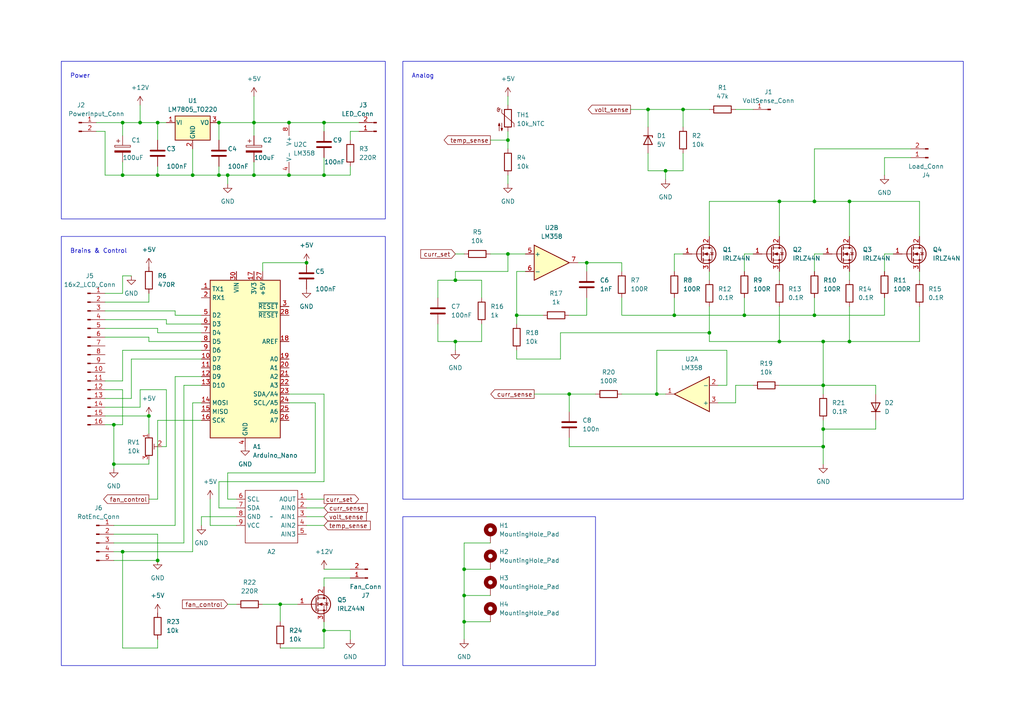
<source format=kicad_sch>
(kicad_sch (version 20230121) (generator eeschema)
  (paper "A4")
  (lib_symbols
    (symbol "Amplifier_Operational:LM358" (pin_names (offset 0.127))
      (property "Reference" "U" (at 0 5.08 0))
      (property "Value" "LM358" (at 0 -5.08 0))
      (symbol "LM358_1_1"
        (pin output line (at 7.62 0 180) (length 2.54) (name "~") (number "1"))
        (pin input line (at -7.62 -2.54 0) (length 2.54) (name "-") (number "2"))
        (pin input line (at -7.62 2.54 0) (length 2.54) (name "+") (number "3"))
      )
      (symbol "LM358_2_1"
        (pin input line (at -7.62 2.54 0) (length 2.54) (name "+") (number "5"))
        (pin input line (at -7.62 -2.54 0) (length 2.54) (name "-") (number "6"))
        (pin output line (at 7.62 0 180) (length 2.54) (name "~") (number "7"))
      )
      (symbol "LM358_3_1"
        (pin power_in line (at -2.54 -7.62 90) (length 3.81) (name "V-") (number "4"))
        (pin power_in line (at -2.54 7.62 270) (length 3.81) (name "V+") (number "8"))
      )
    )
    (symbol "Connector:Conn_01x01_Pin" (pin_names (offset 1.016) hide)
      (property "Reference" "J" (at 0 2.54 0))
      (property "Value" "Conn_01x01_Pin" (at 0 -2.54 0))
      (symbol "Conn_01x01_Pin_1_1"
        (pin passive line (at 5.08 0 180) (length 3.81) (name "Pin_1") (number "1"))
      )
    )
    (symbol "Connector:Conn_01x02_Pin" (pin_names (offset 1.016) hide)
      (property "Reference" "J" (at 0 2.54 0))
      (property "Value" "Conn_01x02_Pin" (at 0 -5.08 0))
      (symbol "Conn_01x02_Pin_1_1"
        (pin passive line (at 5.08 0 180) (length 3.81) (name "Pin_1") (number "1"))
        (pin passive line (at 5.08 -2.54 180) (length 3.81) (name "Pin_2") (number "2"))
      )
    )
    (symbol "Connector:Conn_01x05_Pin" (pin_names (offset 1.016) hide)
      (property "Reference" "J" (at 0 7.62 0))
      (property "Value" "Conn_01x05_Pin" (at 0 -7.62 0))
      (symbol "Conn_01x05_Pin_1_1"
        (pin passive line (at 5.08 5.08 180) (length 3.81) (name "Pin_1") (number "1"))
        (pin passive line (at 5.08 2.54 180) (length 3.81) (name "Pin_2") (number "2"))
        (pin passive line (at 5.08 0 180) (length 3.81) (name "Pin_3") (number "3"))
        (pin passive line (at 5.08 -2.54 180) (length 3.81) (name "Pin_4") (number "4"))
        (pin passive line (at 5.08 -5.08 180) (length 3.81) (name "Pin_5") (number "5"))
      )
    )
    (symbol "Connector:Conn_01x16_Pin" (pin_names (offset 1.016) hide)
      (property "Reference" "J" (at 0 20.32 0))
      (property "Value" "Conn_01x16_Pin" (at 0 -22.86 0))
      (symbol "Conn_01x16_Pin_1_1"
        (pin passive line (at 5.08 17.78 180) (length 3.81) (name "Pin_1") (number "1"))
        (pin passive line (at 5.08 -5.08 180) (length 3.81) (name "Pin_10") (number "10"))
        (pin passive line (at 5.08 -7.62 180) (length 3.81) (name "Pin_11") (number "11"))
        (pin passive line (at 5.08 -10.16 180) (length 3.81) (name "Pin_12") (number "12"))
        (pin passive line (at 5.08 -12.7 180) (length 3.81) (name "Pin_13") (number "13"))
        (pin passive line (at 5.08 -15.24 180) (length 3.81) (name "Pin_14") (number "14"))
        (pin passive line (at 5.08 -17.78 180) (length 3.81) (name "Pin_15") (number "15"))
        (pin passive line (at 5.08 -20.32 180) (length 3.81) (name "Pin_16") (number "16"))
        (pin passive line (at 5.08 15.24 180) (length 3.81) (name "Pin_2") (number "2"))
        (pin passive line (at 5.08 12.7 180) (length 3.81) (name "Pin_3") (number "3"))
        (pin passive line (at 5.08 10.16 180) (length 3.81) (name "Pin_4") (number "4"))
        (pin passive line (at 5.08 7.62 180) (length 3.81) (name "Pin_5") (number "5"))
        (pin passive line (at 5.08 5.08 180) (length 3.81) (name "Pin_6") (number "6"))
        (pin passive line (at 5.08 2.54 180) (length 3.81) (name "Pin_7") (number "7"))
        (pin passive line (at 5.08 0 180) (length 3.81) (name "Pin_8") (number "8"))
        (pin passive line (at 5.08 -2.54 180) (length 3.81) (name "Pin_9") (number "9"))
      )
    )
    (symbol "Device:C" (pin_numbers hide) (pin_names (offset 0.254))
      (property "Reference" "C" (at 0.635 2.54 0))
      (property "Value" "C" (at 0.635 -2.54 0))
      (symbol "C_1_1"
        (pin passive line (at 0 3.81 270) (length 2.794) (name "~") (number "1"))
        (pin passive line (at 0 -3.81 90) (length 2.794) (name "~") (number "2"))
      )
    )
    (symbol "Device:C_Polarized" (pin_numbers hide) (pin_names (offset 0.254))
      (property "Reference" "C" (at 0.635 2.54 0))
      (property "Value" "C_Polarized" (at 0.635 -2.54 0))
      (symbol "C_Polarized_1_1"
        (pin passive line (at 0 3.81 270) (length 2.794) (name "~") (number "1"))
        (pin passive line (at 0 -3.81 90) (length 2.794) (name "~") (number "2"))
      )
    )
    (symbol "Device:D" (pin_numbers hide) (pin_names (offset 1.016) hide)
      (property "Reference" "D" (at 0 2.54 0))
      (property "Value" "D" (at 0 -2.54 0))
      (symbol "D_1_1"
        (pin passive line (at -3.81 0 0) (length 2.54) (name "K") (number "1"))
        (pin passive line (at 3.81 0 180) (length 2.54) (name "A") (number "2"))
      )
    )
    (symbol "Device:D_Zener" (pin_numbers hide) (pin_names (offset 1.016) hide)
      (property "Reference" "D" (at 0 2.54 0))
      (property "Value" "D_Zener" (at 0 -2.54 0))
      (symbol "D_Zener_1_1"
        (pin passive line (at -3.81 0 0) (length 2.54) (name "K") (number "1"))
        (pin passive line (at 3.81 0 180) (length 2.54) (name "A") (number "2"))
      )
    )
    (symbol "Device:R" (pin_numbers hide) (pin_names (offset 0))
      (property "Reference" "R" (at 2.032 0 90))
      (property "Value" "R" (at 0 0 90))
      (symbol "R_1_1"
        (pin passive line (at 0 3.81 270) (length 1.27) (name "~") (number "1"))
        (pin passive line (at 0 -3.81 90) (length 1.27) (name "~") (number "2"))
      )
    )
    (symbol "Device:R_Potentiometer_Trim" (pin_names (offset 1.016) hide)
      (property "Reference" "RV" (at -4.445 0 90))
      (property "Value" "R_Potentiometer_Trim" (at -2.54 0 90))
      (symbol "R_Potentiometer_Trim_1_1"
        (pin passive line (at 0 3.81 270) (length 1.27) (name "1") (number "1"))
        (pin passive line (at 3.81 0 180) (length 1.27) (name "2") (number "2"))
        (pin passive line (at 0 -3.81 90) (length 1.27) (name "3") (number "3"))
      )
    )
    (symbol "Device:Thermistor_NTC" (pin_numbers hide) (pin_names (offset 0))
      (property "Reference" "TH" (at -4.445 0 90))
      (property "Value" "Thermistor_NTC" (at 3.175 0 90))
      (symbol "Thermistor_NTC_1_1"
        (pin passive line (at 0 3.81 270) (length 1.27) (name "~") (number "1"))
        (pin passive line (at 0 -3.81 90) (length 1.27) (name "~") (number "2"))
      )
    )
    (symbol "MCU_Module:Arduino_Nano_Every"
      (property "Reference" "A" (at -10.16 23.495 0))
      (property "Value" "Arduino_Nano_Every" (at 5.08 -24.13 0))
      (symbol "Arduino_Nano_Every_1_1"
        (pin bidirectional line (at -12.7 20.32 0) (length 2.54) (name "TX1") (number "1"))
        (pin bidirectional line (at -12.7 0 0) (length 2.54) (name "D7") (number "10"))
        (pin bidirectional line (at -12.7 -2.54 0) (length 2.54) (name "D8") (number "11"))
        (pin bidirectional line (at -12.7 -5.08 0) (length 2.54) (name "D9") (number "12"))
        (pin bidirectional line (at -12.7 -7.62 0) (length 2.54) (name "D10") (number "13"))
        (pin bidirectional line (at -12.7 -12.7 0) (length 2.54) (name "MOSI") (number "14"))
        (pin bidirectional line (at -12.7 -15.24 0) (length 2.54) (name "MISO") (number "15"))
        (pin bidirectional line (at -12.7 -17.78 0) (length 2.54) (name "SCK") (number "16"))
        (pin power_out line (at 2.54 25.4 270) (length 2.54) (name "3V3") (number "17"))
        (pin input line (at 12.7 5.08 180) (length 2.54) (name "AREF") (number "18"))
        (pin bidirectional line (at 12.7 0 180) (length 2.54) (name "A0") (number "19"))
        (pin bidirectional line (at -12.7 17.78 0) (length 2.54) (name "RX1") (number "2"))
        (pin bidirectional line (at 12.7 -2.54 180) (length 2.54) (name "A1") (number "20"))
        (pin bidirectional line (at 12.7 -5.08 180) (length 2.54) (name "A2") (number "21"))
        (pin bidirectional line (at 12.7 -7.62 180) (length 2.54) (name "A3") (number "22"))
        (pin bidirectional line (at 12.7 -10.16 180) (length 2.54) (name "SDA/A4") (number "23"))
        (pin bidirectional line (at 12.7 -12.7 180) (length 2.54) (name "SCL/A5") (number "24"))
        (pin bidirectional line (at 12.7 -15.24 180) (length 2.54) (name "A6") (number "25"))
        (pin bidirectional line (at 12.7 -17.78 180) (length 2.54) (name "A7") (number "26"))
        (pin power_out line (at 5.08 25.4 270) (length 2.54) (name "+5V") (number "27"))
        (pin input line (at 12.7 12.7 180) (length 2.54) (name "~{RESET}") (number "28"))
        (pin passive line (at 0 -25.4 90) (length 2.54) hide (name "GND") (number "29"))
        (pin input line (at 12.7 15.24 180) (length 2.54) (name "~{RESET}") (number "3"))
        (pin power_in line (at -2.54 25.4 270) (length 2.54) (name "VIN") (number "30"))
        (pin power_in line (at 0 -25.4 90) (length 2.54) (name "GND") (number "4"))
        (pin bidirectional line (at -12.7 12.7 0) (length 2.54) (name "D2") (number "5"))
        (pin bidirectional line (at -12.7 10.16 0) (length 2.54) (name "D3") (number "6"))
        (pin bidirectional line (at -12.7 7.62 0) (length 2.54) (name "D4") (number "7"))
        (pin bidirectional line (at -12.7 5.08 0) (length 2.54) (name "D5") (number "8"))
        (pin bidirectional line (at -12.7 2.54 0) (length 2.54) (name "D6") (number "9"))
      )
    )
    (symbol "Mechanical:MountingHole_Pad" (pin_numbers hide) (pin_names (offset 1.016) hide)
      (property "Reference" "H" (at 0 6.35 0))
      (property "Value" "MountingHole_Pad" (at 0 4.445 0))
      (symbol "MountingHole_Pad_1_1"
        (pin input line (at 0 -2.54 90) (length 2.54) (name "1") (number "1"))
      )
    )
    (symbol "MySymbolLibrary:ADC_DAC_Board"
      (property "Reference" "A" (at 0 0 0))
      (symbol "ADC_DAC_Board_1_1"
        (pin input line (at 10.16 5.08 180) (length 2.54) (name "AOUT") (number "1"))
        (pin input line (at 10.16 2.54 180) (length 2.54) (name "AIN0") (number "2"))
        (pin input line (at 10.16 0 180) (length 2.54) (name "AIN1") (number "3"))
        (pin input line (at 10.16 -2.54 180) (length 2.54) (name "AIN2") (number "4"))
        (pin input line (at 10.16 -5.08 180) (length 2.54) (name "AIN3") (number "5"))
        (pin input line (at -10.16 5.08 0) (length 2.54) (name "SCL") (number "6"))
        (pin input line (at -10.16 2.54 0) (length 2.54) (name "SDA") (number "7"))
        (pin power_in line (at -10.16 0 0) (length 2.54) (name "GND") (number "8"))
        (pin power_in line (at -10.16 -2.54 0) (length 2.54) (name "VCC") (number "9"))
      )
    )
    (symbol "Regulator_Linear:LM7805_TO220" (pin_names (offset 0.254))
      (property "Reference" "U" (at -3.81 3.175 0))
      (property "Value" "LM7805_TO220" (at 0 3.175 0))
      (symbol "LM7805_TO220_1_1"
        (pin power_in line (at -7.62 0 0) (length 2.54) (name "VI") (number "1"))
        (pin power_in line (at 0 -7.62 90) (length 2.54) (name "GND") (number "2"))
        (pin power_out line (at 7.62 0 180) (length 2.54) (name "VO") (number "3"))
      )
    )
    (symbol "Transistor_FET:IRLZ44N" (pin_names hide)
      (property "Reference" "Q" (at 6.35 1.905 0))
      (property "Value" "IRLZ44N" (at 6.35 0 0))
      (symbol "IRLZ44N_1_1"
        (pin input line (at -5.08 0 0) (length 2.54) (name "G") (number "1"))
        (pin passive line (at 2.54 5.08 270) (length 2.54) (name "D") (number "2"))
        (pin passive line (at 2.54 -5.08 90) (length 2.54) (name "S") (number "3"))
      )
    )
    (symbol "power:+12V" (power) (pin_names (offset 0))
      (property "Value" "+12V" (at 0 3.556 0))
      (symbol "+12V_1_1"
        (pin power_in line (at 0 0 90) (length 0) hide (name "+12V") (number "1"))
      )
    )
    (symbol "power:+5V" (power) (pin_names (offset 0))
      (property "Value" "+5V" (at 0 3.556 0))
      (symbol "+5V_1_1"
        (pin power_in line (at 0 0 90) (length 0) hide (name "+5V") (number "1"))
      )
    )
    (symbol "power:GND" (power) (pin_names (offset 0))
      (property "Value" "GND" (at 0 -3.81 0))
      (symbol "GND_1_1"
        (pin power_in line (at 0 0 270) (length 0) hide (name "GND") (number "1"))
      )
    )
  )
  (junction (at 246.38 99.06))
  (junction (at 83.82 50.8))
  (junction (at 215.9 91.44))
  (junction (at 35.56 50.8))
  (junction (at 73.66 35.56))
  (junction (at 134.62 172.72))
  (junction (at 35.56 160.02))
  (junction (at 73.66 50.8))
  (junction (at 93.98 35.56))
  (junction (at 45.72 35.56))
  (junction (at 226.06 58.42))
  (junction (at 132.08 99.06))
  (junction (at 134.62 165.1))
  (junction (at 246.38 58.42))
  (junction (at 81.28 175.26))
  (junction (at 238.76 124.46))
  (junction (at 45.72 50.8))
  (junction (at 195.58 91.44))
  (junction (at 55.88 50.8))
  (junction (at 132.08 81.28))
  (junction (at 205.74 96.52))
  (junction (at 238.76 129.54))
  (junction (at 198.12 31.75))
  (junction (at 66.04 50.8))
  (junction (at 236.22 58.42))
  (junction (at 238.76 111.76))
  (junction (at 93.98 50.8))
  (junction (at 83.82 35.56))
  (junction (at 40.64 35.56))
  (junction (at 93.98 182.88))
  (junction (at 45.72 162.56))
  (junction (at 147.32 40.64))
  (junction (at 134.62 180.34))
  (junction (at 149.86 91.44))
  (junction (at 63.5 50.8))
  (junction (at 226.06 99.06))
  (junction (at 238.76 99.06))
  (junction (at 190.5 114.3))
  (junction (at 33.02 134.62))
  (junction (at 35.56 35.56))
  (junction (at 236.22 91.44))
  (junction (at 43.18 120.65))
  (junction (at 165.1 114.3))
  (junction (at 63.5 35.56))
  (junction (at 88.9 76.2))
  (junction (at 170.18 76.2))
  (junction (at 33.02 123.19))
  (junction (at 147.32 73.66))
  (junction (at 193.04 49.53))
  (junction (at 187.96 31.75))
  (wire (pts (xy 215.9 91.44) (xy 195.58 91.44)))
  (wire (pts (xy 205.74 88.9) (xy 205.74 96.52)))
  (wire (pts (xy 35.56 46.99) (xy 35.56 50.8)))
  (wire (pts (xy 50.8 91.44) (xy 58.42 91.44)))
  (wire (pts (xy 101.6 48.26) (xy 101.6 50.8)))
  (wire (pts (xy 43.18 99.06) (xy 58.42 99.06)))
  (wire (pts (xy 35.56 80.01) (xy 38.1 80.01)))
  (wire (pts (xy 210.82 111.76) (xy 210.82 101.6)))
  (wire (pts (xy 33.02 134.62) (xy 33.02 123.19)))
  (wire (pts (xy 134.62 172.72) (xy 142.24 172.72)))
  (wire (pts (xy 190.5 101.6) (xy 190.5 114.3)))
  (wire (pts (xy 154.94 114.3) (xy 165.1 114.3)))
  (wire (pts (xy 55.88 160.02) (xy 55.88 116.84)))
  (wire (pts (xy 213.36 31.75) (xy 218.44 31.75)))
  (wire (pts (xy 266.7 78.74) (xy 266.7 81.28)))
  (wire (pts (xy 139.7 99.06) (xy 139.7 93.98)))
  (wire (pts (xy 254 111.76) (xy 238.76 111.76)))
  (wire (pts (xy 246.38 88.9) (xy 246.38 99.06)))
  (wire (pts (xy 215.9 91.44) (xy 236.22 91.44)))
  (wire (pts (xy 30.48 90.17) (xy 50.8 90.17)))
  (wire (pts (xy 195.58 91.44) (xy 180.34 91.44)))
  (wire (pts (xy 45.72 35.56) (xy 45.72 40.64)))
  (wire (pts (xy 127 99.06) (xy 132.08 99.06)))
  (wire (pts (xy 238.76 99.06) (xy 246.38 99.06)))
  (wire (pts (xy 101.6 167.64) (xy 93.98 167.64)))
  (wire (pts (xy 149.86 101.6) (xy 149.86 104.14)))
  (wire (pts (xy 215.9 73.66) (xy 218.44 73.66)))
  (wire (pts (xy 101.6 50.8) (xy 93.98 50.8)))
  (wire (pts (xy 162.56 96.52) (xy 205.74 96.52)))
  (wire (pts (xy 157.48 91.44) (xy 149.86 91.44)))
  (wire (pts (xy 33.02 162.56) (xy 45.72 162.56)))
  (wire (pts (xy 182.88 31.75) (xy 187.96 31.75)))
  (wire (pts (xy 165.1 114.3) (xy 165.1 119.38)))
  (wire (pts (xy 66.04 50.8) (xy 66.04 53.34)))
  (wire (pts (xy 256.54 91.44) (xy 236.22 91.44)))
  (wire (pts (xy 101.6 40.64) (xy 101.6 38.1)))
  (wire (pts (xy 198.12 31.75) (xy 205.74 31.75)))
  (wire (pts (xy 180.34 78.74) (xy 180.34 76.2)))
  (wire (pts (xy 215.9 86.36) (xy 215.9 91.44)))
  (wire (pts (xy 236.22 73.66) (xy 238.76 73.66)))
  (wire (pts (xy 238.76 124.46) (xy 238.76 129.54)))
  (wire (pts (xy 254 124.46) (xy 238.76 124.46)))
  (wire (pts (xy 43.18 97.79) (xy 43.18 99.06)))
  (wire (pts (xy 81.28 175.26) (xy 81.28 180.34)))
  (wire (pts (xy 30.48 115.57) (xy 38.1 115.57)))
  (wire (pts (xy 81.28 175.26) (xy 86.36 175.26)))
  (wire (pts (xy 127 86.36) (xy 127 81.28)))
  (wire (pts (xy 266.7 99.06) (xy 266.7 88.9)))
  (wire (pts (xy 88.9 152.4) (xy 93.98 152.4)))
  (wire (pts (xy 40.64 30.48) (xy 40.64 35.56)))
  (wire (pts (xy 63.5 48.26) (xy 63.5 50.8)))
  (wire (pts (xy 45.72 185.42) (xy 45.72 187.96)))
  (wire (pts (xy 45.72 96.52) (xy 58.42 96.52)))
  (wire (pts (xy 27.94 38.1) (xy 30.48 38.1)))
  (wire (pts (xy 213.36 111.76) (xy 218.44 111.76)))
  (wire (pts (xy 256.54 50.8) (xy 256.54 45.72)))
  (wire (pts (xy 48.26 113.03) (xy 48.26 129.54)))
  (wire (pts (xy 152.4 78.74) (xy 149.86 78.74)))
  (wire (pts (xy 147.32 50.8) (xy 147.32 53.34)))
  (wire (pts (xy 76.2 175.26) (xy 81.28 175.26)))
  (wire (pts (xy 40.64 35.56) (xy 45.72 35.56)))
  (wire (pts (xy 132.08 81.28) (xy 139.7 81.28)))
  (wire (pts (xy 35.56 50.8) (xy 45.72 50.8)))
  (wire (pts (xy 30.48 113.03) (xy 35.56 113.03)))
  (wire (pts (xy 246.38 58.42) (xy 266.7 58.42)))
  (wire (pts (xy 43.18 87.63) (xy 43.18 85.09)))
  (wire (pts (xy 170.18 76.2) (xy 170.18 78.74)))
  (wire (pts (xy 238.76 129.54) (xy 238.76 134.62)))
  (wire (pts (xy 142.24 73.66) (xy 147.32 73.66)))
  (wire (pts (xy 27.94 35.56) (xy 35.56 35.56)))
  (wire (pts (xy 172.72 114.3) (xy 165.1 114.3)))
  (wire (pts (xy 236.22 43.18) (xy 236.22 58.42)))
  (wire (pts (xy 147.32 27.94) (xy 147.32 30.48)))
  (wire (pts (xy 180.34 91.44) (xy 180.34 86.36)))
  (wire (pts (xy 205.74 99.06) (xy 226.06 99.06)))
  (wire (pts (xy 30.48 87.63) (xy 43.18 87.63)))
  (wire (pts (xy 198.12 31.75) (xy 198.12 36.83)))
  (wire (pts (xy 170.18 76.2) (xy 167.64 76.2)))
  (wire (pts (xy 226.06 58.42) (xy 226.06 68.58)))
  (wire (pts (xy 30.48 95.25) (xy 45.72 95.25)))
  (wire (pts (xy 73.66 27.94) (xy 73.66 35.56)))
  (wire (pts (xy 33.02 123.19) (xy 30.48 123.19)))
  (wire (pts (xy 46.99 129.54) (xy 48.26 129.54)))
  (wire (pts (xy 63.5 50.8) (xy 66.04 50.8)))
  (wire (pts (xy 190.5 114.3) (xy 193.04 114.3)))
  (wire (pts (xy 134.62 180.34) (xy 142.24 180.34)))
  (wire (pts (xy 63.5 139.7) (xy 63.5 147.32)))
  (wire (pts (xy 50.8 152.4) (xy 33.02 152.4)))
  (wire (pts (xy 30.48 120.65) (xy 43.18 120.65)))
  (wire (pts (xy 162.56 104.14) (xy 162.56 96.52)))
  (wire (pts (xy 55.88 50.8) (xy 63.5 50.8)))
  (wire (pts (xy 40.64 118.11) (xy 40.64 113.03)))
  (wire (pts (xy 132.08 99.06) (xy 132.08 101.6)))
  (wire (pts (xy 73.66 35.56) (xy 83.82 35.56)))
  (wire (pts (xy 66.04 50.8) (xy 73.66 50.8)))
  (wire (pts (xy 30.48 50.8) (xy 35.56 50.8)))
  (wire (pts (xy 226.06 99.06) (xy 226.06 88.9)))
  (wire (pts (xy 187.96 49.53) (xy 193.04 49.53)))
  (wire (pts (xy 198.12 49.53) (xy 198.12 44.45)))
  (wire (pts (xy 256.54 78.74) (xy 256.54 73.66)))
  (wire (pts (xy 43.18 144.78) (xy 45.72 144.78)))
  (wire (pts (xy 45.72 35.56) (xy 48.26 35.56)))
  (wire (pts (xy 30.48 38.1) (xy 30.48 50.8)))
  (wire (pts (xy 193.04 49.53) (xy 198.12 49.53)))
  (wire (pts (xy 93.98 187.96) (xy 81.28 187.96)))
  (wire (pts (xy 101.6 185.42) (xy 101.6 182.88)))
  (wire (pts (xy 35.56 35.56) (xy 35.56 39.37)))
  (wire (pts (xy 35.56 110.49) (xy 35.56 101.6)))
  (wire (pts (xy 246.38 78.74) (xy 246.38 81.28)))
  (wire (pts (xy 238.76 99.06) (xy 238.76 111.76)))
  (wire (pts (xy 93.98 180.34) (xy 93.98 182.88)))
  (wire (pts (xy 210.82 101.6) (xy 190.5 101.6)))
  (wire (pts (xy 134.62 172.72) (xy 134.62 180.34)))
  (wire (pts (xy 30.48 97.79) (xy 43.18 97.79)))
  (wire (pts (xy 134.62 180.34) (xy 134.62 185.42)))
  (wire (pts (xy 127 81.28) (xy 132.08 81.28)))
  (wire (pts (xy 93.98 35.56) (xy 104.14 35.56)))
  (wire (pts (xy 101.6 38.1) (xy 104.14 38.1)))
  (wire (pts (xy 226.06 99.06) (xy 238.76 99.06)))
  (wire (pts (xy 101.6 182.88) (xy 93.98 182.88)))
  (wire (pts (xy 236.22 91.44) (xy 236.22 86.36)))
  (wire (pts (xy 43.18 133.35) (xy 43.18 134.62)))
  (wire (pts (xy 236.22 58.42) (xy 246.38 58.42)))
  (wire (pts (xy 205.74 58.42) (xy 226.06 58.42)))
  (wire (pts (xy 66.04 175.26) (xy 68.58 175.26)))
  (wire (pts (xy 35.56 35.56) (xy 40.64 35.56)))
  (wire (pts (xy 238.76 124.46) (xy 238.76 121.92)))
  (wire (pts (xy 93.98 114.3) (xy 93.98 139.7)))
  (wire (pts (xy 63.5 147.32) (xy 68.58 147.32)))
  (wire (pts (xy 73.66 35.56) (xy 73.66 39.37)))
  (wire (pts (xy 266.7 58.42) (xy 266.7 68.58)))
  (wire (pts (xy 73.66 50.8) (xy 83.82 50.8)))
  (wire (pts (xy 132.08 78.74) (xy 132.08 81.28)))
  (wire (pts (xy 45.72 144.78) (xy 45.72 121.92)))
  (wire (pts (xy 83.82 114.3) (xy 93.98 114.3)))
  (wire (pts (xy 38.1 115.57) (xy 38.1 104.14)))
  (wire (pts (xy 170.18 91.44) (xy 165.1 91.44)))
  (wire (pts (xy 55.88 43.18) (xy 55.88 50.8)))
  (wire (pts (xy 147.32 73.66) (xy 147.32 78.74)))
  (wire (pts (xy 73.66 46.99) (xy 73.66 50.8)))
  (wire (pts (xy 63.5 35.56) (xy 73.66 35.56)))
  (wire (pts (xy 149.86 91.44) (xy 149.86 93.98)))
  (wire (pts (xy 55.88 116.84) (xy 58.42 116.84)))
  (wire (pts (xy 76.2 76.2) (xy 88.9 76.2)))
  (wire (pts (xy 35.56 187.96) (xy 45.72 187.96)))
  (wire (pts (xy 33.02 160.02) (xy 35.56 160.02)))
  (wire (pts (xy 91.44 116.84) (xy 91.44 137.16)))
  (wire (pts (xy 88.9 147.32) (xy 93.98 147.32)))
  (wire (pts (xy 43.18 134.62) (xy 33.02 134.62)))
  (wire (pts (xy 180.34 114.3) (xy 190.5 114.3)))
  (wire (pts (xy 205.74 78.74) (xy 205.74 81.28)))
  (wire (pts (xy 254 114.3) (xy 254 111.76)))
  (wire (pts (xy 58.42 149.86) (xy 58.42 152.4)))
  (wire (pts (xy 193.04 49.53) (xy 193.04 52.07)))
  (wire (pts (xy 208.28 116.84) (xy 213.36 116.84)))
  (wire (pts (xy 66.04 144.78) (xy 68.58 144.78)))
  (wire (pts (xy 165.1 127) (xy 165.1 129.54)))
  (wire (pts (xy 134.62 165.1) (xy 134.62 172.72)))
  (wire (pts (xy 180.34 76.2) (xy 170.18 76.2)))
  (wire (pts (xy 35.56 113.03) (xy 35.56 123.19)))
  (wire (pts (xy 45.72 50.8) (xy 55.88 50.8)))
  (wire (pts (xy 142.24 40.64) (xy 147.32 40.64)))
  (wire (pts (xy 149.86 78.74) (xy 149.86 91.44)))
  (wire (pts (xy 147.32 73.66) (xy 152.4 73.66)))
  (wire (pts (xy 187.96 31.75) (xy 198.12 31.75)))
  (wire (pts (xy 139.7 81.28) (xy 139.7 86.36)))
  (wire (pts (xy 48.26 93.98) (xy 58.42 93.98)))
  (wire (pts (xy 226.06 58.42) (xy 236.22 58.42)))
  (wire (pts (xy 208.28 111.76) (xy 210.82 111.76)))
  (wire (pts (xy 187.96 31.75) (xy 187.96 36.83)))
  (wire (pts (xy 93.98 167.64) (xy 93.98 170.18)))
  (wire (pts (xy 50.8 90.17) (xy 50.8 91.44)))
  (wire (pts (xy 33.02 135.89) (xy 33.02 134.62)))
  (wire (pts (xy 50.8 109.22) (xy 50.8 152.4)))
  (wire (pts (xy 60.96 144.78) (xy 60.96 152.4)))
  (wire (pts (xy 205.74 68.58) (xy 205.74 58.42)))
  (wire (pts (xy 205.74 96.52) (xy 205.74 99.06)))
  (wire (pts (xy 226.06 111.76) (xy 238.76 111.76)))
  (wire (pts (xy 35.56 101.6) (xy 58.42 101.6)))
  (wire (pts (xy 170.18 86.36) (xy 170.18 91.44)))
  (wire (pts (xy 30.48 92.71) (xy 48.26 92.71)))
  (wire (pts (xy 35.56 160.02) (xy 35.56 187.96)))
  (wire (pts (xy 226.06 78.74) (xy 226.06 81.28)))
  (wire (pts (xy 45.72 154.94) (xy 45.72 162.56)))
  (wire (pts (xy 30.48 85.09) (xy 35.56 85.09)))
  (wire (pts (xy 30.48 110.49) (xy 35.56 110.49)))
  (wire (pts (xy 88.9 144.78) (xy 93.98 144.78)))
  (wire (pts (xy 30.48 118.11) (xy 40.64 118.11)))
  (wire (pts (xy 53.34 111.76) (xy 58.42 111.76)))
  (wire (pts (xy 33.02 154.94) (xy 45.72 154.94)))
  (wire (pts (xy 215.9 78.74) (xy 215.9 73.66)))
  (wire (pts (xy 68.58 149.86) (xy 58.42 149.86)))
  (wire (pts (xy 195.58 91.44) (xy 195.58 86.36)))
  (wire (pts (xy 40.64 113.03) (xy 48.26 113.03)))
  (wire (pts (xy 93.98 45.72) (xy 93.98 50.8)))
  (wire (pts (xy 246.38 58.42) (xy 246.38 68.58)))
  (wire (pts (xy 76.2 78.74) (xy 76.2 76.2)))
  (wire (pts (xy 134.62 165.1) (xy 134.62 157.48)))
  (wire (pts (xy 93.98 35.56) (xy 93.98 38.1)))
  (wire (pts (xy 48.26 92.71) (xy 48.26 93.98)))
  (wire (pts (xy 93.98 182.88) (xy 93.98 187.96)))
  (wire (pts (xy 38.1 104.14) (xy 58.42 104.14)))
  (wire (pts (xy 45.72 48.26) (xy 45.72 50.8)))
  (wire (pts (xy 147.32 40.64) (xy 147.32 43.18)))
  (wire (pts (xy 149.86 104.14) (xy 162.56 104.14)))
  (wire (pts (xy 93.98 139.7) (xy 63.5 139.7)))
  (wire (pts (xy 165.1 129.54) (xy 238.76 129.54)))
  (wire (pts (xy 43.18 120.65) (xy 43.18 125.73)))
  (wire (pts (xy 147.32 38.1) (xy 147.32 40.64)))
  (wire (pts (xy 195.58 78.74) (xy 195.58 73.66)))
  (wire (pts (xy 35.56 160.02) (xy 55.88 160.02)))
  (wire (pts (xy 83.82 116.84) (xy 91.44 116.84)))
  (wire (pts (xy 147.32 78.74) (xy 132.08 78.74)))
  (wire (pts (xy 83.82 35.56) (xy 93.98 35.56)))
  (wire (pts (xy 53.34 157.48) (xy 53.34 111.76)))
  (wire (pts (xy 256.54 86.36) (xy 256.54 91.44)))
  (wire (pts (xy 45.72 95.25) (xy 45.72 96.52)))
  (wire (pts (xy 101.6 165.1) (xy 93.98 165.1)))
  (wire (pts (xy 132.08 73.66) (xy 134.62 73.66)))
  (wire (pts (xy 195.58 73.66) (xy 198.12 73.66)))
  (wire (pts (xy 246.38 99.06) (xy 266.7 99.06)))
  (wire (pts (xy 134.62 157.48) (xy 142.24 157.48)))
  (wire (pts (xy 134.62 165.1) (xy 142.24 165.1)))
  (wire (pts (xy 33.02 157.48) (xy 53.34 157.48)))
  (wire (pts (xy 60.96 152.4) (xy 68.58 152.4)))
  (wire (pts (xy 93.98 50.8) (xy 83.82 50.8)))
  (wire (pts (xy 35.56 123.19) (xy 33.02 123.19)))
  (wire (pts (xy 58.42 109.22) (xy 50.8 109.22)))
  (wire (pts (xy 63.5 35.56) (xy 63.5 40.64)))
  (wire (pts (xy 236.22 78.74) (xy 236.22 73.66)))
  (wire (pts (xy 132.08 99.06) (xy 139.7 99.06)))
  (wire (pts (xy 254 121.92) (xy 254 124.46)))
  (wire (pts (xy 91.44 137.16) (xy 66.04 137.16)))
  (wire (pts (xy 238.76 111.76) (xy 238.76 114.3)))
  (wire (pts (xy 45.72 121.92) (xy 58.42 121.92)))
  (wire (pts (xy 35.56 85.09) (xy 35.56 80.01)))
  (wire (pts (xy 256.54 45.72) (xy 264.16 45.72)))
  (wire (pts (xy 264.16 43.18) (xy 236.22 43.18)))
  (wire (pts (xy 256.54 73.66) (xy 259.08 73.66)))
  (wire (pts (xy 213.36 116.84) (xy 213.36 111.76)))
  (wire (pts (xy 88.9 149.86) (xy 93.98 149.86)))
  (wire (pts (xy 127 93.98) (xy 127 99.06)))
  (wire (pts (xy 66.04 137.16) (xy 66.04 144.78)))
  (wire (pts (xy 187.96 49.53) (xy 187.96 44.45)))
  (rectangle (start 17.78 68.58) (end 111.76 193.04))
  (rectangle (start 116.84 149.86) (end 172.72 193.04))
  (rectangle (start 116.84 17.78) (end 279.4 144.78))
  (rectangle (start 17.78 17.78) (end 111.76 63.5))
  (text "Brains & Control" (at 20.32 73.66 0) (effects (font (size 1.27 1.27)) (justify left bottom)))
  (text "Analog" (at 119.38 22.86 0) (effects (font (size 1.27 1.27)) (justify left bottom)))
  (text "Power" (at 20.32 22.86 0) (effects (font (size 1.27 1.27)) (justify left bottom)))
  (global_label "fan_control" (shape output) (at 43.18 144.78 180) (property "Intersheetrefs" "${INTERSHEET_REFS}" (effects hide)))
  (global_label "curr_sense" (shape input) (at 93.98 147.32 0) (property "Intersheetrefs" "${INTERSHEET_REFS}" (effects hide)))
  (global_label "fan_control" (shape input) (at 66.04 175.26 180) (property "Intersheetrefs" "${INTERSHEET_REFS}" (effects hide)))
  (global_label "curr_set" (shape input) (at 132.08 73.66 180) (property "Intersheetrefs" "${INTERSHEET_REFS}" (effects hide)))
  (global_label "curr_sense" (shape output) (at 154.94 114.3 180) (property "Intersheetrefs" "${INTERSHEET_REFS}" (effects hide)))
  (global_label "curr_set" (shape output) (at 93.98 144.78 0) (property "Intersheetrefs" "${INTERSHEET_REFS}" (effects hide)))
  (global_label "volt_sense" (shape input) (at 93.98 149.86 0) (property "Intersheetrefs" "${INTERSHEET_REFS}" (effects hide)))
  (global_label "temp_sense" (shape output) (at 142.24 40.64 180) (property "Intersheetrefs" "${INTERSHEET_REFS}" (effects hide)))
  (global_label "volt_sense" (shape output) (at 182.88 31.75 180) (property "Intersheetrefs" "${INTERSHEET_REFS}" (effects hide)))
  (global_label "temp_sense" (shape input) (at 93.98 152.4 0) (property "Intersheetrefs" "${INTERSHEET_REFS}" (effects hide)))
  (symbol (lib_id "power:+5V") (at 45.72 177.8 0) (unit 1)
    (property "Reference" "#PWR021" (effects hide))
    (property "Value" "+5V" (at 45.72 172.72 0))
  )
  (symbol (lib_id "Device:R") (at 138.43 73.66 90) (unit 1)
    (property "Reference" "R5" (at 138.43 67.31 90))
    (property "Value" "10k" (at 138.43 69.85 90))
    (property "Footprint" "Resistor_SMD:R_1206_3216Metric" (effects hide))
  )
  (symbol (lib_id "Device:R_Potentiometer_Trim") (at 43.18 129.54 0) (unit 1)
    (property "Reference" "RV1" (at 40.64 128.27 0) (effects (justify right)))
    (property "Value" "10k" (at 40.64 130.81 0) (effects (justify right)))
    (property "Footprint" "Connector_PinHeader_2.54mm:PinHeader_1x03_P2.54mm_Vertical" (effects hide))
  )
  (symbol (lib_id "Device:R") (at 139.7 90.17 180) (unit 1)
    (property "Reference" "R16" (at 142.24 88.9 0) (effects (justify right)))
    (property "Value" "1k" (at 142.24 91.44 0) (effects (justify right)))
    (property "Footprint" "Resistor_SMD:R_1206_3216Metric" (effects hide))
  )
  (symbol (lib_id "power:+5V") (at 147.32 27.94 0) (unit 1)
    (property "Reference" "#PWR02" (effects hide))
    (property "Value" "+5V" (at 147.32 22.86 0))
  )
  (symbol (lib_id "Device:R") (at 238.76 118.11 0) (unit 1)
    (property "Reference" "R21" (at 241.3 116.84 0) (effects (justify left)))
    (property "Value" "0.1R" (at 241.3 119.38 0) (effects (justify left)))
    (property "Footprint" "Resistor_THT:R_Axial_Power_L25.0mm_W9.0mm_P27.94mm" (effects hide))
  )
  (symbol (lib_id "power:GND") (at 147.32 53.34 0) (unit 1)
    (property "Reference" "#PWR07" (effects hide))
    (property "Value" "GND" (at 147.32 58.42 0))
  )
  (symbol (lib_id "Mechanical:MountingHole_Pad") (at 142.24 170.18 0) (unit 1)
    (property "Reference" "H3" (at 144.78 167.64 0) (effects (justify left)))
    (property "Value" "MountingHole_Pad" (at 144.78 170.18 0) (effects (justify left)))
    (property "Footprint" "MountingHole:MountingHole_3.2mm_M3_Pad" (effects hide))
  )
  (symbol (lib_id "power:GND") (at 71.12 129.54 0) (unit 1)
    (property "Reference" "#PWR014" (effects hide))
    (property "Value" "GND" (at 71.12 134.62 0))
  )
  (symbol (lib_id "Amplifier_Operational:LM358") (at 200.66 114.3 180) (unit 1)
    (property "Reference" "U2" (at 200.66 104.14 0))
    (property "Value" "LM358" (at 200.66 106.68 0))
    (property "Footprint" "Package_DIP:DIP-8_W7.62mm_LongPads" (effects hide))
    (property "Datasheet" "http://www.ti.com/lit/ds/symlink/lm2904-n.pdf" (effects hide))
  )
  (symbol (lib_id "power:+5V") (at 88.9 76.2 0) (unit 1)
    (property "Reference" "#PWR08" (effects hide))
    (property "Value" "+5V" (at 88.9 71.12 0))
  )
  (symbol (lib_id "power:+5V") (at 43.18 120.65 0) (unit 1)
    (property "Reference" "#PWR013" (effects hide))
    (property "Value" "+5V" (at 43.18 115.57 0))
  )
  (symbol (lib_id "Device:R") (at 246.38 85.09 0) (unit 1)
    (property "Reference" "R14" (at 248.92 83.82 0) (effects (justify left)))
    (property "Value" "0.1R" (at 248.92 86.36 0) (effects (justify left)))
    (property "Footprint" "Resistor_THT:R_Axial_Power_L25.0mm_W9.0mm_P27.94mm" (effects hide))
  )
  (symbol (lib_id "Device:R") (at 198.12 40.64 180) (unit 1)
    (property "Reference" "R2" (at 200.66 39.37 0) (effects (justify right)))
    (property "Value" "10k" (at 200.66 41.91 0) (effects (justify right)))
    (property "Footprint" "Resistor_SMD:R_1206_3216Metric" (effects hide))
  )
  (symbol (lib_id "Device:R") (at 101.6 44.45 180) (unit 1)
    (property "Reference" "R3" (at 104.14 43.18 0) (effects (justify right)))
    (property "Value" "220R" (at 104.14 45.72 0) (effects (justify right)))
    (property "Footprint" "Resistor_SMD:R_1206_3216Metric" (effects hide))
  )
  (symbol (lib_id "Mechanical:MountingHole_Pad") (at 142.24 177.8 0) (unit 1)
    (property "Reference" "H4" (at 144.78 175.26 0) (effects (justify left)))
    (property "Value" "MountingHole_Pad" (at 144.78 177.8 0) (effects (justify left)))
    (property "Footprint" "MountingHole:MountingHole_3.2mm_M3_Pad" (effects hide))
  )
  (symbol (lib_id "Connector:Conn_01x16_Pin") (at 25.4 102.87 0) (unit 1)
    (property "Reference" "J5" (at 26.035 80.01 0))
    (property "Value" "16x2_LCD_Conn" (at 26.035 82.55 0))
    (property "Footprint" "Connector_PinHeader_2.54mm:PinHeader_1x16_P2.54mm_Vertical" (effects hide))
  )
  (symbol (lib_id "Device:C") (at 88.9 80.01 0) (unit 1)
    (property "Reference" "C5" (at 91.44 78.74 0) (effects (justify left)))
    (property "Value" "100nF" (at 91.44 83.82 0) (effects (justify left)))
    (property "Footprint" "Capacitor_SMD:C_1206_3216Metric" (effects hide))
  )
  (symbol (lib_id "Connector:Conn_01x05_Pin") (at 27.94 157.48 0) (unit 1)
    (property "Reference" "J6" (at 28.575 147.32 0))
    (property "Value" "RotEnc_Conn" (at 28.575 149.86 0))
    (property "Footprint" "Connector_PinHeader_2.54mm:PinHeader_1x05_P2.54mm_Vertical" (effects hide))
  )
  (symbol (lib_id "Device:R") (at 180.34 82.55 0) (unit 1)
    (property "Reference" "R7" (at 182.88 81.28 0) (effects (justify left)))
    (property "Value" "100R" (at 182.88 83.82 0) (effects (justify left)))
    (property "Footprint" "Resistor_SMD:R_1206_3216Metric" (effects hide))
  )
  (symbol (lib_id "Device:R") (at 205.74 85.09 0) (unit 1)
    (property "Reference" "R12" (at 208.28 83.82 0) (effects (justify left)))
    (property "Value" "0.1R" (at 208.28 86.36 0) (effects (justify left)))
    (property "Footprint" "Resistor_THT:R_Axial_Power_L25.0mm_W9.0mm_P27.94mm" (effects hide))
  )
  (symbol (lib_id "Device:R") (at 236.22 82.55 0) (unit 1)
    (property "Reference" "R10" (at 238.76 81.28 0) (effects (justify left)))
    (property "Value" "100R" (at 238.76 83.82 0) (effects (justify left)))
    (property "Footprint" "Resistor_SMD:R_1206_3216Metric" (effects hide))
  )
  (symbol (lib_id "Device:R") (at 72.39 175.26 90) (unit 1)
    (property "Reference" "R22" (at 72.39 168.91 90))
    (property "Value" "220R" (at 72.39 171.45 90))
    (property "Footprint" "Resistor_SMD:R_1206_3216Metric" (effects hide))
  )
  (symbol (lib_id "Device:R") (at 226.06 85.09 0) (unit 1)
    (property "Reference" "R13" (at 228.6 83.82 0) (effects (justify left)))
    (property "Value" "0.1R" (at 228.6 86.36 0) (effects (justify left)))
    (property "Footprint" "Resistor_THT:R_Axial_Power_L25.0mm_W9.0mm_P27.94mm" (effects hide))
  )
  (symbol (lib_id "power:+12V") (at 93.98 165.1 0) (unit 1)
    (property "Reference" "#PWR020" (effects hide))
    (property "Value" "+12V" (at 93.98 160.02 0))
  )
  (symbol (lib_id "power:GND") (at 101.6 185.42 0) (unit 1)
    (property "Reference" "#PWR022" (effects hide))
    (property "Value" "GND" (at 101.6 190.5 0))
  )
  (symbol (lib_id "Device:C_Polarized") (at 35.56 43.18 0) (unit 1)
    (property "Reference" "C1" (at 38.1 40.64 0) (effects (justify left)))
    (property "Value" "100uF" (at 35.56 45.72 0) (effects (justify left)))
    (property "Footprint" "Capacitor_THT:CP_Radial_D6.3mm_P2.50mm" (effects hide))
  )
  (symbol (lib_id "power:GND") (at 58.42 152.4 0) (unit 1)
    (property "Reference" "#PWR018" (effects hide))
    (property "Value" "GND" (at 58.42 157.48 0))
  )
  (symbol (lib_id "Device:R") (at 81.28 184.15 180) (unit 1)
    (property "Reference" "R24" (at 83.82 182.88 0) (effects (justify right)))
    (property "Value" "10k" (at 83.82 185.42 0) (effects (justify right)))
    (property "Footprint" "Resistor_SMD:R_1206_3216Metric" (effects hide))
  )
  (symbol (lib_id "Device:C") (at 127 90.17 0) (unit 1)
    (property "Reference" "C7" (at 130.81 88.9 0) (effects (justify left)))
    (property "Value" "100nF" (at 130.81 91.44 0) (effects (justify left)))
    (property "Footprint" "Capacitor_SMD:C_1206_3216Metric" (effects hide))
  )
  (symbol (lib_id "power:GND") (at 238.76 134.62 0) (unit 1)
    (property "Reference" "#PWR015" (effects hide))
    (property "Value" "GND" (at 238.76 139.7 0))
  )
  (symbol (lib_id "Transistor_FET:IRLZ44N") (at 203.2 73.66 0) (unit 1)
    (property "Reference" "Q1" (at 209.55 72.39 0) (effects (justify left)))
    (property "Value" "IRLZ44N" (at 209.55 74.93 0) (effects (justify left)))
    (property "Footprint" "Package_TO_SOT_THT:TO-220-3_Vertical" (effects hide))
    (property "Datasheet" "http://www.irf.com/product-info/datasheets/data/irlz44n.pdf" (effects hide))
  )
  (symbol (lib_id "Transistor_FET:IRLZ44N") (at 264.16 73.66 0) (unit 1)
    (property "Reference" "Q4" (at 270.51 72.39 0) (effects (justify left)))
    (property "Value" "IRLZ44N" (at 270.51 74.93 0) (effects (justify left)))
    (property "Footprint" "Package_TO_SOT_THT:TO-220-3_Vertical" (effects hide))
    (property "Datasheet" "http://www.irf.com/product-info/datasheets/data/irlz44n.pdf" (effects hide))
  )
  (symbol (lib_id "Device:C") (at 45.72 44.45 0) (unit 1)
    (property "Reference" "C3" (at 48.26 43.18 0) (effects (justify left)))
    (property "Value" "100nF" (at 48.26 48.26 0) (effects (justify left)))
    (property "Footprint" "Capacitor_SMD:C_1206_3216Metric" (effects hide))
  )
  (symbol (lib_id "Transistor_FET:IRLZ44N") (at 91.44 175.26 0) (unit 1)
    (property "Reference" "Q5" (at 97.79 173.99 0) (effects (justify left)))
    (property "Value" "IRLZ44N" (at 97.79 176.53 0) (effects (justify left)))
    (property "Footprint" "Package_TO_SOT_THT:TO-220-3_Vertical" (effects hide))
    (property "Datasheet" "http://www.irf.com/product-info/datasheets/data/irlz44n.pdf" (effects hide))
  )
  (symbol (lib_id "power:GND") (at 193.04 52.07 0) (unit 1)
    (property "Reference" "#PWR05" (effects hide))
    (property "Value" "GND" (at 193.04 57.15 0))
  )
  (symbol (lib_id "Device:R") (at 222.25 111.76 90) (unit 1)
    (property "Reference" "R19" (at 222.25 105.41 90))
    (property "Value" "10k" (at 222.25 107.95 90))
    (property "Footprint" "Resistor_SMD:R_1206_3216Metric" (effects hide))
  )
  (symbol (lib_id "Device:R") (at 215.9 82.55 0) (unit 1)
    (property "Reference" "R9" (at 218.44 81.28 0) (effects (justify left)))
    (property "Value" "100R" (at 218.44 83.82 0) (effects (justify left)))
    (property "Footprint" "Resistor_SMD:R_1206_3216Metric" (effects hide))
  )
  (symbol (lib_id "power:GND") (at 88.9 83.82 0) (unit 1)
    (property "Reference" "#PWR011" (effects hide))
    (property "Value" "GND" (at 88.9 88.9 0))
  )
  (symbol (lib_id "power:GND") (at 45.72 162.56 0) (unit 1)
    (property "Reference" "#PWR019" (effects hide))
    (property "Value" "GND" (at 45.72 167.64 0))
  )
  (symbol (lib_id "Device:R") (at 45.72 181.61 180) (unit 1)
    (property "Reference" "R23" (at 48.26 180.34 0) (effects (justify right)))
    (property "Value" "10k" (at 48.26 182.88 0) (effects (justify right)))
    (property "Footprint" "Resistor_SMD:R_1206_3216Metric" (effects hide))
  )
  (symbol (lib_id "Connector:Conn_01x02_Pin") (at 269.24 45.72 180) (unit 1)
    (property "Reference" "J4" (at 268.605 50.8 0))
    (property "Value" "Load_Conn" (at 268.605 48.26 0))
    (property "Footprint" "Connector_PinHeader_2.54mm:PinHeader_1x02_P2.54mm_Vertical" (effects hide))
  )
  (symbol (lib_id "power:+12V") (at 40.64 30.48 0) (unit 1)
    (property "Reference" "#PWR03" (effects hide))
    (property "Value" "+12V" (at 40.64 25.4 0))
  )
  (symbol (lib_id "Device:R") (at 209.55 31.75 90) (unit 1)
    (property "Reference" "R1" (at 209.55 25.4 90))
    (property "Value" "47k" (at 209.55 27.94 90))
    (property "Footprint" "Resistor_SMD:R_1206_3216Metric" (effects hide))
  )
  (symbol (lib_id "Device:R") (at 266.7 85.09 0) (unit 1)
    (property "Reference" "R15" (at 269.24 83.82 0) (effects (justify left)))
    (property "Value" "0.1R" (at 269.24 86.36 0) (effects (justify left)))
    (property "Footprint" "Resistor_THT:R_Axial_Power_L25.0mm_W9.0mm_P27.94mm" (effects hide))
  )
  (symbol (lib_id "power:GND") (at 134.62 185.42 0) (unit 1)
    (property "Reference" "#PWR023" (effects hide))
    (property "Value" "GND" (at 134.62 190.5 0))
  )
  (symbol (lib_id "power:GND") (at 132.08 101.6 0) (unit 1)
    (property "Reference" "#PWR012" (effects hide))
    (property "Value" "GND" (at 132.08 106.68 0))
  )
  (symbol (lib_id "Device:D") (at 254 118.11 90) (unit 1)
    (property "Reference" "D2" (at 256.54 116.84 90) (effects (justify right)))
    (property "Value" "D" (at 256.54 119.38 90) (effects (justify right)))
    (property "Footprint" "Diode_THT:D_T-1_P5.08mm_Horizontal" (effects hide))
    (property "Sim.Device" "D" (effects hide))
    (property "Sim.Pins" "1=K 2=A" (effects hide))
  )
  (symbol (lib_id "power:+5V") (at 73.66 27.94 0) (unit 1)
    (property "Reference" "#PWR01" (effects hide))
    (property "Value" "+5V" (at 73.66 22.86 0))
  )
  (symbol (lib_id "Connector:Conn_01x02_Pin") (at 22.86 35.56 0) (unit 1)
    (property "Reference" "J2" (at 23.495 30.48 0))
    (property "Value" "PowerInput_Conn" (at 27.94 33.02 0))
    (property "Footprint" "Connector_PinHeader_2.54mm:PinHeader_1x02_P2.54mm_Vertical" (effects hide))
  )
  (symbol (lib_id "Device:C") (at 63.5 44.45 0) (unit 1)
    (property "Reference" "C4" (at 66.04 43.18 0) (effects (justify left)))
    (property "Value" "100nF" (at 66.04 48.26 0) (effects (justify left)))
    (property "Footprint" "Capacitor_SMD:C_1206_3216Metric" (effects hide))
  )
  (symbol (lib_id "Device:Thermistor_NTC") (at 147.32 34.29 0) (unit 1)
    (property "Reference" "TH1" (at 149.86 33.3375 0) (effects (justify left)))
    (property "Value" "10k_NTC" (at 149.86 35.8775 0) (effects (justify left)))
    (property "Footprint" "Connector_PinHeader_2.54mm:PinHeader_1x02_P2.54mm_Vertical" (effects hide))
  )
  (symbol (lib_id "power:GND") (at 66.04 53.34 0) (unit 1)
    (property "Reference" "#PWR06" (effects hide))
    (property "Value" "GND" (at 66.04 58.42 0))
  )
  (symbol (lib_id "Transistor_FET:IRLZ44N") (at 243.84 73.66 0) (unit 1)
    (property "Reference" "Q3" (at 250.19 72.39 0) (effects (justify left)))
    (property "Value" "IRLZ44N" (at 250.19 74.93 0) (effects (justify left)))
    (property "Footprint" "Package_TO_SOT_THT:TO-220-3_Vertical" (effects hide))
    (property "Datasheet" "http://www.irf.com/product-info/datasheets/data/irlz44n.pdf" (effects hide))
  )
  (symbol (lib_id "Device:C") (at 165.1 123.19 0) (unit 1)
    (property "Reference" "C8" (at 168.91 121.92 0) (effects (justify left)))
    (property "Value" "100n" (at 168.91 124.46 0) (effects (justify left)))
    (property "Footprint" "Capacitor_SMD:C_1206_3216Metric" (effects hide))
  )
  (symbol (lib_id "Mechanical:MountingHole_Pad") (at 142.24 154.94 0) (unit 1)
    (property "Reference" "H1" (at 144.78 152.4 0) (effects (justify left)))
    (property "Value" "MountingHole_Pad" (at 144.78 154.94 0) (effects (justify left)))
    (property "Footprint" "MountingHole:MountingHole_3.2mm_M3_Pad" (effects hide))
  )
  (symbol (lib_id "Device:R") (at 195.58 82.55 0) (unit 1)
    (property "Reference" "R8" (at 198.12 81.28 0) (effects (justify left)))
    (property "Value" "100R" (at 198.12 83.82 0) (effects (justify left)))
    (property "Footprint" "Resistor_SMD:R_1206_3216Metric" (effects hide))
  )
  (symbol (lib_id "Device:R") (at 43.18 81.28 0) (unit 1)
    (property "Reference" "R6" (at 45.72 80.01 0) (effects (justify left)))
    (property "Value" "470R" (at 45.72 82.55 0) (effects (justify left)))
    (property "Footprint" "Resistor_SMD:R_1206_3216Metric" (effects hide))
  )
  (symbol (lib_id "Device:R") (at 176.53 114.3 90) (unit 1)
    (property "Reference" "R20" (at 176.53 107.95 90))
    (property "Value" "100R" (at 176.53 110.49 90))
    (property "Footprint" "Resistor_SMD:R_1206_3216Metric" (effects hide))
  )
  (symbol (lib_id "power:+5V") (at 60.96 144.78 0) (unit 1)
    (property "Reference" "#PWR017" (effects hide))
    (property "Value" "+5V" (at 60.96 139.7 0))
  )
  (symbol (lib_id "Device:R") (at 147.32 46.99 0) (unit 1)
    (property "Reference" "R4" (at 149.86 45.72 0) (effects (justify left)))
    (property "Value" "10k" (at 149.86 48.26 0) (effects (justify left)))
    (property "Footprint" "Resistor_SMD:R_1206_3216Metric" (effects hide))
  )
  (symbol (lib_id "Device:C") (at 170.18 82.55 0) (unit 1)
    (property "Reference" "C6" (at 173.99 81.28 0) (effects (justify left)))
    (property "Value" "1nF" (at 173.99 83.82 0) (effects (justify left)))
    (property "Footprint" "Capacitor_SMD:C_1206_3216Metric" (effects hide))
  )
  (symbol (lib_id "Device:R") (at 256.54 82.55 0) (unit 1)
    (property "Reference" "R11" (at 259.08 81.28 0) (effects (justify left)))
    (property "Value" "100R" (at 259.08 83.82 0) (effects (justify left)))
    (property "Footprint" "Resistor_SMD:R_1206_3216Metric" (effects hide))
  )
  (symbol (lib_id "Connector:Conn_01x01_Pin") (at 223.52 31.75 180) (unit 1)
    (property "Reference" "J1" (at 222.885 26.67 0))
    (property "Value" "VoltSense_Conn" (at 222.885 29.21 0))
    (property "Footprint" "Connector_PinHeader_2.54mm:PinHeader_1x01_P2.54mm_Vertical" (effects hide))
  )
  (symbol (lib_id "Device:D_Zener") (at 187.96 40.64 270) (unit 1)
    (property "Reference" "D1" (at 190.5 39.37 90) (effects (justify left)))
    (property "Value" "5V" (at 190.5 41.91 90) (effects (justify left)))
    (property "Footprint" "Diode_THT:D_T-1_P5.08mm_Horizontal" (effects hide))
  )
  (symbol (lib_id "power:GND") (at 33.02 135.89 0) (unit 1)
    (property "Reference" "#PWR016" (effects hide))
    (property "Value" "GND" (at 33.02 140.97 0))
  )
  (symbol (lib_id "Device:R") (at 149.86 97.79 180) (unit 1)
    (property "Reference" "R18" (at 152.4 96.52 0) (effects (justify right)))
    (property "Value" "10k" (at 152.4 99.06 0) (effects (justify right)))
    (property "Footprint" "Resistor_SMD:R_1206_3216Metric" (effects hide))
  )
  (symbol (lib_id "Device:C_Polarized") (at 73.66 43.18 0) (unit 1)
    (property "Reference" "C2" (at 76.2 40.64 0) (effects (justify left)))
    (property "Value" "100uF" (at 73.66 45.72 0) (effects (justify left)))
    (property "Footprint" "Capacitor_THT:CP_Radial_D6.3mm_P2.50mm" (effects hide))
  )
  (symbol (lib_id "Amplifier_Operational:LM358") (at 160.02 76.2 0) (unit 2)
    (property "Reference" "U2" (at 160.02 66.04 0))
    (property "Value" "LM358" (at 160.02 68.58 0))
    (property "Footprint" "Package_DIP:DIP-8_W7.62mm_LongPads" (effects hide))
    (property "Datasheet" "http://www.ti.com/lit/ds/symlink/lm2904-n.pdf" (effects hide))
  )
  (symbol (lib_id "power:GND") (at 256.54 50.8 0) (unit 1)
    (property "Reference" "#PWR04" (effects hide))
    (property "Value" "GND" (at 256.54 55.88 0))
  )
  (symbol (lib_id "power:GND") (at 38.1 80.01 0) (unit 1)
    (property "Reference" "#PWR010" (effects hide))
    (property "Value" "GND" (at 38.1 85.09 0))
  )
  (symbol (lib_id "Amplifier_Operational:LM358") (at 86.36 43.18 0) (unit 3)
    (property "Reference" "U2" (at 85.09 41.91 0) (effects (justify left)))
    (property "Value" "LM358" (at 85.09 44.45 0) (effects (justify left)))
    (property "Footprint" "Package_DIP:DIP-8_W7.62mm_LongPads" (effects hide))
    (property "Datasheet" "http://www.ti.com/lit/ds/symlink/lm2904-n.pdf" (effects hide))
  )
  (symbol (lib_id "Connector:Conn_01x02_Pin") (at 109.22 38.1 180) (unit 1)
    (property "Reference" "J3" (at 104.14 30.48 0) (effects (justify right)))
    (property "Value" "LED_Conn" (at 99.06 33.02 0) (effects (justify right)))
    (property "Footprint" "Connector_PinHeader_2.54mm:PinHeader_1x02_P2.54mm_Vertical" (effects hide))
  )
  (symbol (lib_id "Regulator_Linear:LM7805_TO220") (at 55.88 35.56 0) (unit 1)
    (property "Reference" "U1" (at 55.88 29.21 0))
    (property "Value" "LM7805_TO220" (at 55.88 31.75 0))
    (property "Footprint" "Package_TO_SOT_THT:TO-220-3_Vertical" (effects hide))
    (property "Datasheet" "https://www.onsemi.cn/PowerSolutions/document/MC7800-D.PDF" (effects hide))
  )
  (symbol (lib_id "Connector:Conn_01x02_Pin") (at 106.68 167.64 180) (unit 1)
    (property "Reference" "J7" (at 106.045 172.72 0))
    (property "Value" "Fan_Conn" (at 106.045 170.18 0))
    (property "Footprint" "Connector_PinHeader_2.54mm:PinHeader_1x02_P2.54mm_Vertical" (effects hide))
  )
  (symbol (lib_id "Mechanical:MountingHole_Pad") (at 142.24 162.56 0) (unit 1)
    (property "Reference" "H2" (at 144.78 160.02 0) (effects (justify left)))
    (property "Value" "MountingHole_Pad" (at 144.78 162.56 0) (effects (justify left)))
    (property "Footprint" "MountingHole:MountingHole_3.2mm_M3_Pad" (effects hide))
  )
  (symbol (lib_id "Device:R") (at 161.29 91.44 90) (unit 1)
    (property "Reference" "R17" (at 161.29 85.09 90))
    (property "Value" "1k" (at 161.29 87.63 90))
    (property "Footprint" "Resistor_SMD:R_1206_3216Metric" (effects hide))
  )
  (symbol (lib_id "MCU_Module:Arduino_Nano_Every") (at 71.12 104.14 0) (unit 1)
    (property "Reference" "A1" (at 73.3141 129.54 0) (effects (justify left)))
    (property "Value" "Arduino_Nano" (at 73.3141 132.08 0) (effects (justify left)))
    (property "Footprint" "Module:Arduino_Nano" (effects hide))
    (property "Datasheet" "https://content.arduino.cc/assets/NANOEveryV3.0_sch.pdf" (effects hide))
  )
  (symbol (lib_id "power:+5V") (at 43.18 77.47 0) (unit 1)
    (property "Reference" "#PWR09" (effects hide))
    (property "Value" "+5V" (at 43.18 72.39 0))
  )
  (symbol (lib_id "MySymbolLibrary:ADC_DAC_Board") (at 78.74 149.86 0) (unit 1)
    (property "Reference" "A2" (at 78.74 160.02 0))
    (property "Value" "~" (at 78.74 149.86 0))
    (property "Footprint" "MyFootprintLibrary:ADC_DAC_Board" (effects hide))
  )
  (symbol (lib_id "Device:C") (at 93.98 41.91 0) (unit 1)
    (property "Reference" "C9" (at 96.52 40.64 0) (effects (justify left)))
    (property "Value" "100nF" (at 93.98 46.99 0) (effects (justify left)))
    (property "Footprint" "Capacitor_SMD:C_1206_3216Metric" (effects hide))
  )
  (symbol (lib_id "Transistor_FET:IRLZ44N") (at 223.52 73.66 0) (unit 1)
    (property "Reference" "Q2" (at 229.87 72.39 0) (effects (justify left)))
    (property "Value" "IRLZ44N" (at 229.87 74.93 0) (effects (justify left)))
    (property "Footprint" "Package_TO_SOT_THT:TO-220-3_Vertical" (effects hide))
    (property "Datasheet" "http://www.irf.com/product-info/datasheets/data/irlz44n.pdf" (effects hide))
  )
)
</source>
